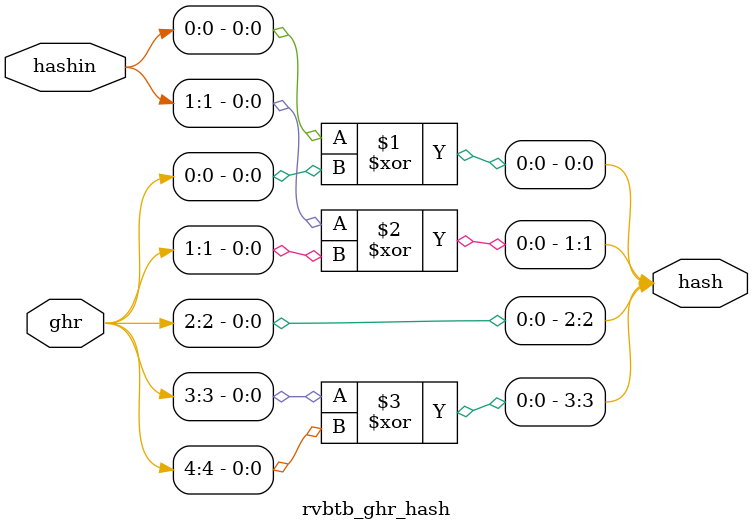
<source format=v>
module rvbtb_ghr_hash(	// /tmp/tmp.IpM5qVJJrm/12156_OpenABC_leaf_level_verilog_nangate45_swerv_rvbtb_ghr_hash.cleaned.mlir:2:3
  input  [1:0] hashin,	// /tmp/tmp.IpM5qVJJrm/12156_OpenABC_leaf_level_verilog_nangate45_swerv_rvbtb_ghr_hash.cleaned.mlir:2:32
  input  [4:0] ghr,	// /tmp/tmp.IpM5qVJJrm/12156_OpenABC_leaf_level_verilog_nangate45_swerv_rvbtb_ghr_hash.cleaned.mlir:2:49
  output [3:0] hash	// /tmp/tmp.IpM5qVJJrm/12156_OpenABC_leaf_level_verilog_nangate45_swerv_rvbtb_ghr_hash.cleaned.mlir:2:64
);

  assign hash = {ghr[3] ^ ghr[4], ghr[2], hashin[1] ^ ghr[1], hashin[0] ^ ghr[0]};	// /tmp/tmp.IpM5qVJJrm/12156_OpenABC_leaf_level_verilog_nangate45_swerv_rvbtb_ghr_hash.cleaned.mlir:3:10, :4:10, :5:10, :6:10, :7:10, :8:10, :9:10, :10:10, :11:10, :12:10, :13:11, :14:5
endmodule


</source>
